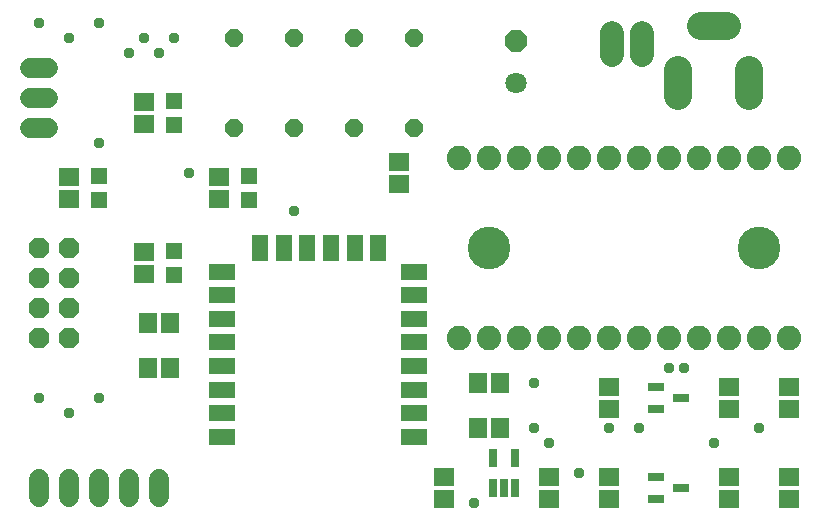
<source format=gbr>
G04 EAGLE Gerber X2 export*
%TF.Part,Single*%
%TF.FileFunction,Soldermask,Top,1*%
%TF.FilePolarity,Negative*%
%TF.GenerationSoftware,Autodesk,EAGLE,9.1.0*%
%TF.CreationDate,2023-04-28T19:49:15Z*%
G75*
%MOMM*%
%FSLAX34Y34*%
%LPD*%
%AMOC8*
5,1,8,0,0,1.08239X$1,22.5*%
G01*
%ADD10C,3.606800*%
%ADD11C,2.082800*%
%ADD12P,1.869504X8X112.500000*%
%ADD13R,1.403200X1.403200*%
%ADD14R,1.703200X1.503200*%
%ADD15C,2.387600*%
%ADD16C,1.727200*%
%ADD17P,1.951982X8X112.500000*%
%ADD18C,1.803400*%
%ADD19C,2.003200*%
%ADD20R,0.711200X1.524000*%
%ADD21R,2.203200X1.403200*%
%ADD22R,1.403200X2.203200*%
%ADD23R,1.473200X0.762000*%
%ADD24R,1.503200X1.703200*%
%ADD25P,1.649562X8X292.500000*%
%ADD26C,0.959600*%


D10*
X469900Y241300D03*
X698500Y241300D03*
D11*
X723900Y317500D03*
X698500Y317500D03*
X673100Y317500D03*
X647700Y317500D03*
X622300Y317500D03*
X596900Y317500D03*
X571500Y317500D03*
X546100Y317500D03*
X520700Y317500D03*
X495300Y317500D03*
X469900Y317500D03*
X444500Y317500D03*
X444500Y165100D03*
X469900Y165100D03*
X495300Y165100D03*
X520700Y165100D03*
X546100Y165100D03*
X571500Y165100D03*
X596900Y165100D03*
X622300Y165100D03*
X647700Y165100D03*
X673100Y165100D03*
X698500Y165100D03*
X723900Y165100D03*
D12*
X88900Y165100D03*
X88900Y190500D03*
X88900Y215900D03*
X88900Y241300D03*
X114300Y165100D03*
X114300Y190500D03*
X114300Y215900D03*
X114300Y241300D03*
D13*
X139700Y281600D03*
X139700Y302600D03*
X203200Y218100D03*
X203200Y239100D03*
X203200Y345100D03*
X203200Y366100D03*
X266700Y281600D03*
X266700Y302600D03*
D14*
X114300Y282600D03*
X114300Y301600D03*
X177800Y219100D03*
X177800Y238100D03*
X177800Y346100D03*
X177800Y365100D03*
X241300Y282600D03*
X241300Y301600D03*
D15*
X649478Y429000D02*
X671322Y429000D01*
X690400Y391922D02*
X690400Y370078D01*
X630400Y370078D02*
X630400Y391922D01*
D16*
X96520Y342900D02*
X81280Y342900D01*
X81280Y368300D02*
X96520Y368300D01*
X96520Y393700D02*
X81280Y393700D01*
D14*
X393700Y314300D03*
X393700Y295300D03*
D17*
X492760Y416560D03*
D18*
X492760Y381000D03*
D19*
X599440Y405020D02*
X599440Y423020D01*
X574040Y423020D02*
X574040Y405020D01*
D20*
X473100Y37846D03*
X482600Y37846D03*
X492100Y37846D03*
X492100Y63754D03*
X473100Y63754D03*
D14*
X520700Y47600D03*
X520700Y28600D03*
X431800Y47600D03*
X431800Y28600D03*
D21*
X406400Y221300D03*
X406400Y201300D03*
X406400Y181300D03*
X406400Y161300D03*
X406400Y141300D03*
X406400Y121300D03*
X406400Y101300D03*
X406400Y81300D03*
X244400Y221300D03*
X244400Y201300D03*
X244400Y181300D03*
X244400Y161300D03*
X244400Y141300D03*
X244400Y121300D03*
X244400Y101300D03*
X244400Y81300D03*
D22*
X296400Y241300D03*
X376400Y241300D03*
X356400Y241300D03*
X276400Y241300D03*
X336400Y241300D03*
X316400Y241300D03*
D23*
X611886Y123825D03*
X611886Y104775D03*
X632714Y114300D03*
D14*
X673100Y123800D03*
X673100Y104800D03*
X571500Y123800D03*
X571500Y104800D03*
D24*
X181000Y177800D03*
X200000Y177800D03*
X479400Y127000D03*
X460400Y127000D03*
D14*
X723900Y123800D03*
X723900Y104800D03*
D23*
X611886Y47625D03*
X611886Y28575D03*
X632714Y38100D03*
D14*
X673100Y47600D03*
X673100Y28600D03*
X571500Y47600D03*
X571500Y28600D03*
X723900Y47600D03*
X723900Y28600D03*
D16*
X190500Y30480D02*
X190500Y45720D01*
X165100Y45720D02*
X165100Y30480D01*
X139700Y30480D02*
X139700Y45720D01*
X114300Y45720D02*
X114300Y30480D01*
X88900Y30480D02*
X88900Y45720D01*
D24*
X479400Y88900D03*
X460400Y88900D03*
X181000Y139700D03*
X200000Y139700D03*
D25*
X406400Y419100D03*
X406400Y342900D03*
X355600Y419100D03*
X355600Y342900D03*
X304800Y419100D03*
X304800Y342900D03*
X254000Y419100D03*
X254000Y342900D03*
D26*
X304800Y272318D03*
X215900Y304800D03*
X622300Y139700D03*
X88900Y431800D03*
X114300Y419100D03*
X139700Y431800D03*
X571500Y88900D03*
X596900Y88900D03*
X139700Y114300D03*
X114300Y101600D03*
X88900Y114300D03*
X520700Y76200D03*
X457200Y25400D03*
X660400Y76200D03*
X698500Y88900D03*
X139700Y330200D03*
X165100Y406400D03*
X177800Y419100D03*
X190500Y406400D03*
X203200Y419100D03*
X546100Y50800D03*
X508000Y88900D03*
X508000Y127000D03*
X635000Y139700D03*
M02*

</source>
